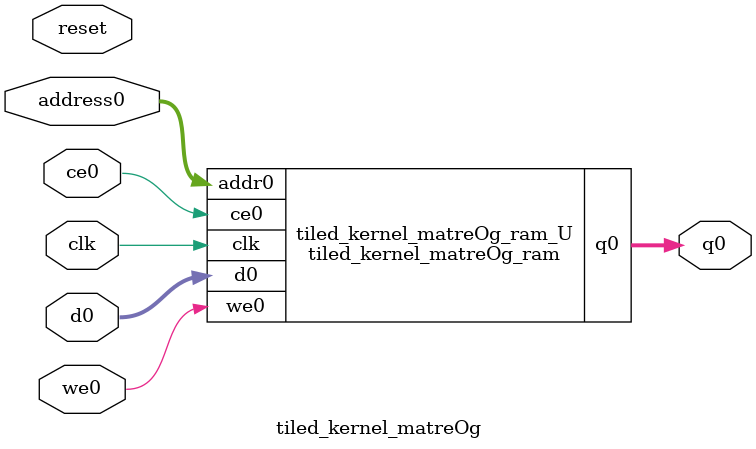
<source format=v>

`timescale 1 ns / 1 ps
module tiled_kernel_matreOg_ram (addr0, ce0, d0, we0, q0,  clk);

parameter DWIDTH = 32;
parameter AWIDTH = 10;
parameter MEM_SIZE = 784;

input[AWIDTH-1:0] addr0;
input ce0;
input[DWIDTH-1:0] d0;
input we0;
output reg[DWIDTH-1:0] q0;
input clk;

(* ram_style = "block" *)reg [DWIDTH-1:0] ram[0:MEM_SIZE-1];




always @(posedge clk)  
begin 
    if (ce0) 
    begin
        if (we0) 
        begin 
            ram[addr0] <= d0; 
            q0 <= d0;
        end 
        else 
            q0 <= ram[addr0];
    end
end


endmodule


`timescale 1 ns / 1 ps
module tiled_kernel_matreOg(
    reset,
    clk,
    address0,
    ce0,
    we0,
    d0,
    q0);

parameter DataWidth = 32'd32;
parameter AddressRange = 32'd784;
parameter AddressWidth = 32'd10;
input reset;
input clk;
input[AddressWidth - 1:0] address0;
input ce0;
input we0;
input[DataWidth - 1:0] d0;
output[DataWidth - 1:0] q0;



tiled_kernel_matreOg_ram tiled_kernel_matreOg_ram_U(
    .clk( clk ),
    .addr0( address0 ),
    .ce0( ce0 ),
    .we0( we0 ),
    .d0( d0 ),
    .q0( q0 ));

endmodule


</source>
